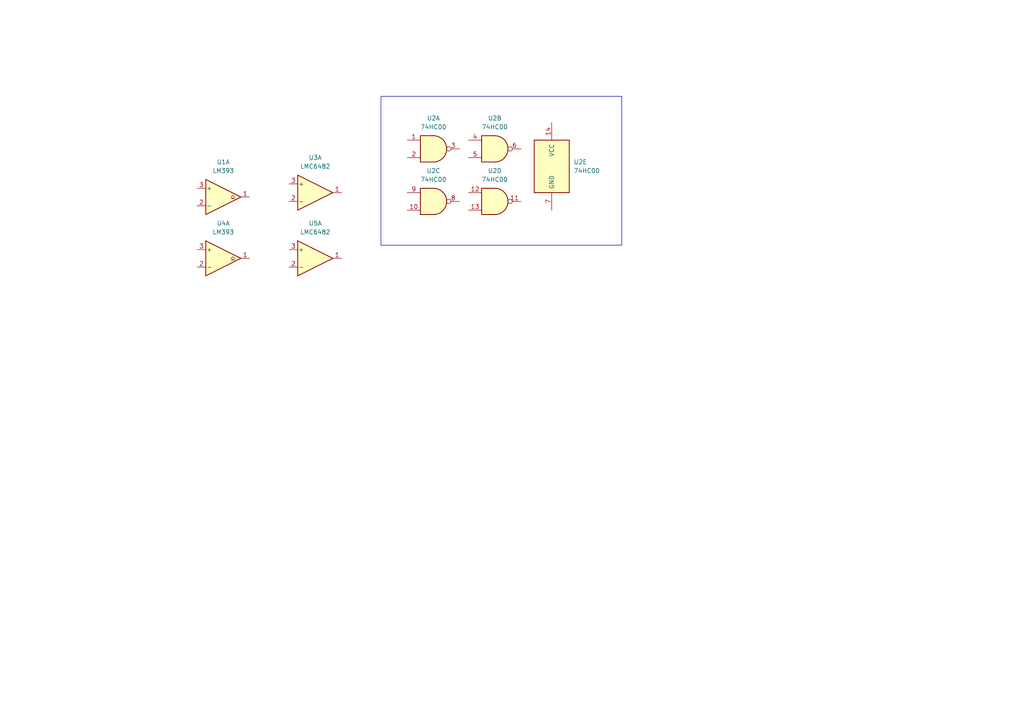
<source format=kicad_sch>
(kicad_sch (version 20250114) (generator "eeschema") (generator_version "9.0")
  (paper "A4")
  (lib_symbols
    (symbol "74xx:74HC00" (pin_names (offset 1.016))
      (property "Reference" "U" (at 0 1.27 0))
      (property "Value" "74HC00" (at 0 -1.27 0))
      (symbol "74HC00_1_1"
        (arc (start 0 3.81) (mid 3.7934 0) (end 0 -3.81) (stroke (width 0.254)) (fill (type background)))
        (polyline (pts (xy 0 3.81) (xy -3.81 3.81) (xy -3.81 -3.81) (xy 0 -3.81)) (stroke (width 0.254)) (fill (type background)))
        (pin input line (at -7.62 2.54 0) (length 3.81) (name "~") (number "1"))
        (pin input line (at -7.62 -2.54 0) (length 3.81) (name "~") (number "2"))
        (pin output inverted (at 7.62 0 180) (length 3.81) (name "~") (number "3"))
      )
      (symbol "74HC00_1_2"
        (arc (start -3.81 3.81) (mid -2.589 0) (end -3.81 -3.81) (stroke (width 0.254)))
        (polyline (pts (xy -3.81 3.81) (xy -0.635 3.81)) (stroke (width 0.254)) (fill (type background)))
        (polyline (pts (xy -3.81 -3.81) (xy -0.635 -3.81)) (stroke (width 0.254)) (fill (type background)))
        (arc (start 3.81 0) (mid 2.1855 -2.584) (end -0.6096 -3.81) (stroke (width 0.254)) (fill (type background)))
        (arc (start -0.6096 3.81) (mid 2.1928 2.5924) (end 3.81 0) (stroke (width 0.254)) (fill (type background)))
        (polyline (pts (xy -0.635 3.81) (xy -3.81 3.81) (xy -3.81 3.81) (xy -3.556 3.4036) (xy -3.0226 2.2606) (xy -2.6924 1.0414) (xy -2.6162 -0.254) (xy -2.7686 -1.4986) (xy -3.175 -2.7178) (xy -3.81 -3.81) (xy -3.81 -3.81) (xy -0.635 -3.81)) (stroke (width -25.4)) (fill (type background)))
        (pin input inverted (at -7.62 2.54 0) (length 4.318) (name "~") (number "1"))
        (pin input inverted (at -7.62 -2.54 0) (length 4.318) (name "~") (number "2"))
        (pin output line (at 7.62 0 180) (length 3.81) (name "~") (number "3"))
      )
      (symbol "74HC00_2_1"
        (arc (start 0 3.81) (mid 3.7934 0) (end 0 -3.81) (stroke (width 0.254)) (fill (type background)))
        (polyline (pts (xy 0 3.81) (xy -3.81 3.81) (xy -3.81 -3.81) (xy 0 -3.81)) (stroke (width 0.254)) (fill (type background)))
        (pin input line (at -7.62 2.54 0) (length 3.81) (name "~") (number "4"))
        (pin input line (at -7.62 -2.54 0) (length 3.81) (name "~") (number "5"))
        (pin output inverted (at 7.62 0 180) (length 3.81) (name "~") (number "6"))
      )
      (symbol "74HC00_2_2"
        (arc (start -3.81 3.81) (mid -2.589 0) (end -3.81 -3.81) (stroke (width 0.254)))
        (polyline (pts (xy -3.81 3.81) (xy -0.635 3.81)) (stroke (width 0.254)) (fill (type background)))
        (polyline (pts (xy -3.81 -3.81) (xy -0.635 -3.81)) (stroke (width 0.254)) (fill (type background)))
        (arc (start 3.81 0) (mid 2.1855 -2.584) (end -0.6096 -3.81) (stroke (width 0.254)) (fill (type background)))
        (arc (start -0.6096 3.81) (mid 2.1928 2.5924) (end 3.81 0) (stroke (width 0.254)) (fill (type background)))
        (polyline (pts (xy -0.635 3.81) (xy -3.81 3.81) (xy -3.81 3.81) (xy -3.556 3.4036) (xy -3.0226 2.2606) (xy -2.6924 1.0414) (xy -2.6162 -0.254) (xy -2.7686 -1.4986) (xy -3.175 -2.7178) (xy -3.81 -3.81) (xy -3.81 -3.81) (xy -0.635 -3.81)) (stroke (width -25.4)) (fill (type background)))
        (pin input inverted (at -7.62 2.54 0) (length 4.318) (name "~") (number "4"))
        (pin input inverted (at -7.62 -2.54 0) (length 4.318) (name "~") (number "5"))
        (pin output line (at 7.62 0 180) (length 3.81) (name "~") (number "6"))
      )
      (symbol "74HC00_3_1"
        (arc (start 0 3.81) (mid 3.7934 0) (end 0 -3.81) (stroke (width 0.254)) (fill (type background)))
        (polyline (pts (xy 0 3.81) (xy -3.81 3.81) (xy -3.81 -3.81) (xy 0 -3.81)) (stroke (width 0.254)) (fill (type background)))
        (pin input line (at -7.62 2.54 0) (length 3.81) (name "~") (number "9"))
        (pin input line (at -7.62 -2.54 0) (length 3.81) (name "~") (number "10"))
        (pin output inverted (at 7.62 0 180) (length 3.81) (name "~") (number "8"))
      )
      (symbol "74HC00_3_2"
        (arc (start -3.81 3.81) (mid -2.589 0) (end -3.81 -3.81) (stroke (width 0.254)))
        (polyline (pts (xy -3.81 3.81) (xy -0.635 3.81)) (stroke (width 0.254)) (fill (type background)))
        (polyline (pts (xy -3.81 -3.81) (xy -0.635 -3.81)) (stroke (width 0.254)) (fill (type background)))
        (arc (start 3.81 0) (mid 2.1855 -2.584) (end -0.6096 -3.81) (stroke (width 0.254)) (fill (type background)))
        (arc (start -0.6096 3.81) (mid 2.1928 2.5924) (end 3.81 0) (stroke (width 0.254)) (fill (type background)))
        (polyline (pts (xy -0.635 3.81) (xy -3.81 3.81) (xy -3.81 3.81) (xy -3.556 3.4036) (xy -3.0226 2.2606) (xy -2.6924 1.0414) (xy -2.6162 -0.254) (xy -2.7686 -1.4986) (xy -3.175 -2.7178) (xy -3.81 -3.81) (xy -3.81 -3.81) (xy -0.635 -3.81)) (stroke (width -25.4)) (fill (type background)))
        (pin input inverted (at -7.62 2.54 0) (length 4.318) (name "~") (number "9"))
        (pin input inverted (at -7.62 -2.54 0) (length 4.318) (name "~") (number "10"))
        (pin output line (at 7.62 0 180) (length 3.81) (name "~") (number "8"))
      )
      (symbol "74HC00_4_1"
        (arc (start 0 3.81) (mid 3.7934 0) (end 0 -3.81) (stroke (width 0.254)) (fill (type background)))
        (polyline (pts (xy 0 3.81) (xy -3.81 3.81) (xy -3.81 -3.81) (xy 0 -3.81)) (stroke (width 0.254)) (fill (type background)))
        (pin input line (at -7.62 2.54 0) (length 3.81) (name "~") (number "12"))
        (pin input line (at -7.62 -2.54 0) (length 3.81) (name "~") (number "13"))
        (pin output inverted (at 7.62 0 180) (length 3.81) (name "~") (number "11"))
      )
      (symbol "74HC00_4_2"
        (arc (start -3.81 3.81) (mid -2.589 0) (end -3.81 -3.81) (stroke (width 0.254)))
        (polyline (pts (xy -3.81 3.81) (xy -0.635 3.81)) (stroke (width 0.254)) (fill (type background)))
        (polyline (pts (xy -3.81 -3.81) (xy -0.635 -3.81)) (stroke (width 0.254)) (fill (type background)))
        (arc (start 3.81 0) (mid 2.1855 -2.584) (end -0.6096 -3.81) (stroke (width 0.254)) (fill (type background)))
        (arc (start -0.6096 3.81) (mid 2.1928 2.5924) (end 3.81 0) (stroke (width 0.254)) (fill (type background)))
        (polyline (pts (xy -0.635 3.81) (xy -3.81 3.81) (xy -3.81 3.81) (xy -3.556 3.4036) (xy -3.0226 2.2606) (xy -2.6924 1.0414) (xy -2.6162 -0.254) (xy -2.7686 -1.4986) (xy -3.175 -2.7178) (xy -3.81 -3.81) (xy -3.81 -3.81) (xy -0.635 -3.81)) (stroke (width -25.4)) (fill (type background)))
        (pin input inverted (at -7.62 2.54 0) (length 4.318) (name "~") (number "12"))
        (pin input inverted (at -7.62 -2.54 0) (length 4.318) (name "~") (number "13"))
        (pin output line (at 7.62 0 180) (length 3.81) (name "~") (number "11"))
      )
      (symbol "74HC00_5_0"
        (pin power_in line (at 0 12.7 270) (length 5.08) (name "VCC") (number "14"))
        (pin power_in line (at 0 -12.7 90) (length 5.08) (name "GND") (number "7"))
      )
      (symbol "74HC00_5_1"
        (rectangle (start -5.08 7.62) (end 5.08 -7.62) (stroke (width 0.254)) (fill (type background)))
      )
    )
    (symbol "Amplifier_Operational:LMC6482" (pin_names (offset 0.127))
      (property "Reference" "U" (at 0 5.08 0))
      (property "Value" "LMC6482" (at 0 -5.08 0))
      (symbol "LMC6482_1_1"
        (polyline (pts (xy -5.08 5.08) (xy 5.08 0) (xy -5.08 -5.08) (xy -5.08 5.08)) (stroke (width 0.254)) (fill (type background)))
        (pin input line (at -7.62 2.54 0) (length 2.54) (name "+") (number "3"))
        (pin input line (at -7.62 -2.54 0) (length 2.54) (name "-") (number "2"))
        (pin output line (at 7.62 0 180) (length 2.54) (name "~") (number "1"))
      )
      (symbol "LMC6482_2_1"
        (polyline (pts (xy -5.08 5.08) (xy 5.08 0) (xy -5.08 -5.08) (xy -5.08 5.08)) (stroke (width 0.254)) (fill (type background)))
        (pin input line (at -7.62 2.54 0) (length 2.54) (name "+") (number "5"))
        (pin input line (at -7.62 -2.54 0) (length 2.54) (name "-") (number "6"))
        (pin output line (at 7.62 0 180) (length 2.54) (name "~") (number "7"))
      )
      (symbol "LMC6482_3_1"
        (pin power_in line (at -2.54 7.62 270) (length 3.81) (name "V+") (number "8"))
        (pin power_in line (at -2.54 -7.62 90) (length 3.81) (name "V-") (number "4"))
      )
    )
    (symbol "Comparator:LM393" (pin_names (offset 0.127))
      (property "Reference" "U" (at 3.81 3.81 0))
      (property "Value" "LM393" (at 6.35 -3.81 0))
      (symbol "LM393_1_1"
        (polyline (pts (xy -5.08 5.08) (xy 5.08 0) (xy -5.08 -5.08) (xy -5.08 5.08)) (stroke (width 0.254)) (fill (type background)))
        (polyline (pts (xy 3.302 -0.508) (xy 2.794 -0.508) (xy 3.302 0) (xy 2.794 0.508) (xy 2.286 0) (xy 2.794 -0.508) (xy 2.286 -0.508)) (stroke (width 0.127)))
        (pin input line (at -7.62 2.54 0) (length 2.54) (name "+") (number "3"))
        (pin input line (at -7.62 -2.54 0) (length 2.54) (name "-") (number "2"))
        (pin open_collector line (at 7.62 0 180) (length 2.54) (name "~") (number "1"))
      )
      (symbol "LM393_2_1"
        (polyline (pts (xy -5.08 5.08) (xy 5.08 0) (xy -5.08 -5.08) (xy -5.08 5.08)) (stroke (width 0.254)) (fill (type background)))
        (polyline (pts (xy 3.302 -0.508) (xy 2.794 -0.508) (xy 3.302 0) (xy 2.794 0.508) (xy 2.286 0) (xy 2.794 -0.508) (xy 2.286 -0.508)) (stroke (width 0.127)))
        (pin input line (at -7.62 2.54 0) (length 2.54) (name "+") (number "5"))
        (pin input line (at -7.62 -2.54 0) (length 2.54) (name "-") (number "6"))
        (pin open_collector line (at 7.62 0 180) (length 2.54) (name "~") (number "7"))
      )
      (symbol "LM393_3_1"
        (pin power_in line (at -2.54 7.62 270) (length 3.81) (name "V+") (number "8"))
        (pin power_in line (at -2.54 -7.62 90) (length 3.81) (name "V-") (number "4"))
      )
    )
  )
  (rectangle (start 110.49 27.94) (end 180.34 71.12))
  (symbol (lib_id "Amplifier_Operational:LMC6482") (at 91.44 74.93 0) (unit 1)
    (property "Reference" "U5" (at 91.44 64.77 0))
    (property "Value" "LMC6482" (at 91.44 67.31 0))
    (property "Datasheet" "http://www.ti.com/lit/ds/symlink/lmc6482.pdf" (effects (hide yes)))
    (property "Description" "Dual CMOS Rail-to-Rail Input and Output Operational Amplifier, DIP-8/SOIC-8, SSOP-8" (effects (hide yes)))
  )
  (symbol (lib_id "74xx:74HC00") (at 125.73 58.42 0) (unit 3)
    (property "Reference" "U2" (at 125.7217 49.53 0))
    (property "Value" "74HC00" (at 125.7217 52.07 0))
    (property "Datasheet" "http://www.ti.com/lit/gpn/sn74hc00" (effects (hide yes)))
    (property "Description" "quad 2-input NAND gate" (effects (hide yes)))
  )
  (symbol (lib_id "Amplifier_Operational:LMC6482") (at 91.44 55.88 0) (unit 1)
    (property "Reference" "U3" (at 91.44 45.72 0))
    (property "Value" "LMC6482" (at 91.44 48.26 0))
    (property "Datasheet" "http://www.ti.com/lit/ds/symlink/lmc6482.pdf" (effects (hide yes)))
    (property "Description" "Dual CMOS Rail-to-Rail Input and Output Operational Amplifier, DIP-8/SOIC-8, SSOP-8" (effects (hide yes)))
  )
  (symbol (lib_id "Comparator:LM393") (at 64.77 74.93 0) (unit 1)
    (property "Reference" "U4" (at 64.77 64.77 0))
    (property "Value" "LM393" (at 64.77 67.31 0))
    (property "Datasheet" "http://www.ti.com/lit/ds/symlink/lm393.pdf" (effects (hide yes)))
    (property "Description" "Low-Power, Low-Offset Voltage, Dual Comparators, DIP-8/SOIC-8/TO-99-8" (effects (hide yes)))
  )
  (symbol (lib_id "74xx:74HC00") (at 160.02 48.26 0) (unit 5)
    (property "Reference" "U2" (at 166.37 46.9899 0) (effects (justify left)))
    (property "Value" "74HC00" (at 166.37 49.5299 0) (effects (justify left)))
    (property "Datasheet" "http://www.ti.com/lit/gpn/sn74hc00" (effects (hide yes)))
    (property "Description" "quad 2-input NAND gate" (effects (hide yes)))
  )
  (symbol (lib_id "74xx:74HC00") (at 143.51 58.42 0) (unit 4)
    (property "Reference" "U2" (at 143.5017 49.53 0))
    (property "Value" "74HC00" (at 143.5017 52.07 0))
    (property "Datasheet" "http://www.ti.com/lit/gpn/sn74hc00" (effects (hide yes)))
    (property "Description" "quad 2-input NAND gate" (effects (hide yes)))
  )
  (symbol (lib_id "74xx:74HC00") (at 125.73 43.18 0) (unit 1)
    (property "Reference" "U2" (at 125.7217 34.29 0))
    (property "Value" "74HC00" (at 125.7217 36.83 0))
    (property "Datasheet" "http://www.ti.com/lit/gpn/sn74hc00" (effects (hide yes)))
    (property "Description" "quad 2-input NAND gate" (effects (hide yes)))
  )
  (symbol (lib_id "Comparator:LM393") (at 64.77 57.15 0) (unit 1)
    (property "Reference" "U1" (at 64.77 46.99 0))
    (property "Value" "LM393" (at 64.77 49.53 0))
    (property "Datasheet" "http://www.ti.com/lit/ds/symlink/lm393.pdf" (effects (hide yes)))
    (property "Description" "Low-Power, Low-Offset Voltage, Dual Comparators, DIP-8/SOIC-8/TO-99-8" (effects (hide yes)))
  )
  (symbol (lib_id "74xx:74HC00") (at 143.51 43.18 0) (unit 2)
    (property "Reference" "U2" (at 143.5017 34.29 0))
    (property "Value" "74HC00" (at 143.5017 36.83 0))
    (property "Datasheet" "http://www.ti.com/lit/gpn/sn74hc00" (effects (hide yes)))
    (property "Description" "quad 2-input NAND gate" (effects (hide yes)))
  )
)
</source>
